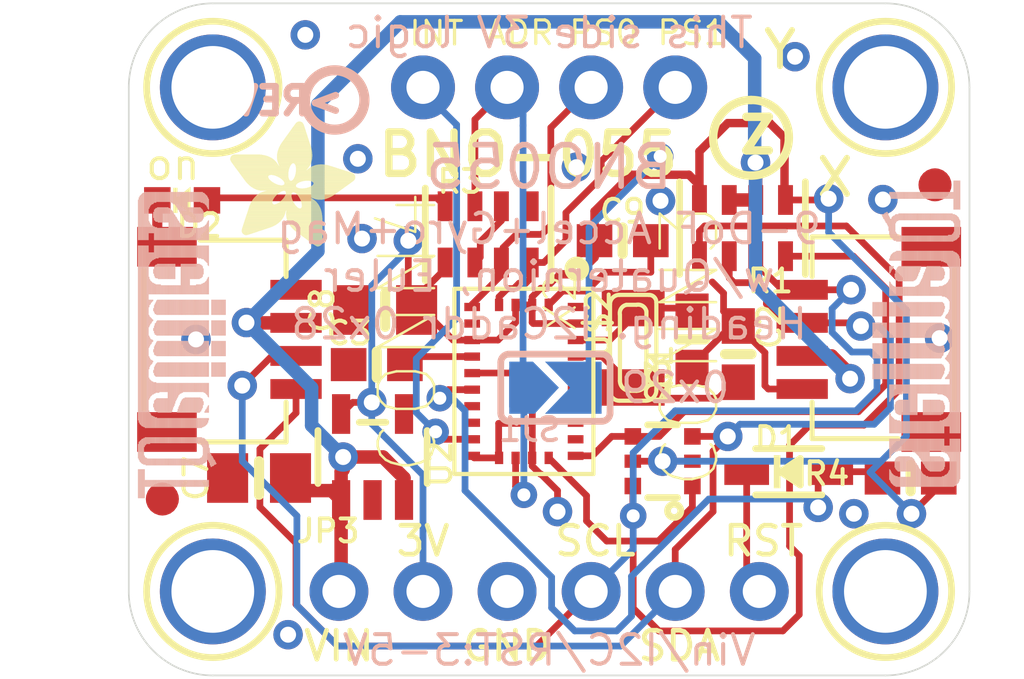
<source format=kicad_pcb>
(kicad_pcb (version 20211014) (generator pcbnew)
  (layers (0 "F.Cu" signal) (31 "B.Cu" signal) (34 "B.Paste" user) (35 "F.Paste" user) (36 "B.SilkS" user "B.Silkscreen") (37 "F.SilkS" user "F.Silkscreen") (38 "B.Mask" user) (39 "F.Mask" user) (44 "Edge.Cuts" user))
  (net 0 "")
  (net 1 "PS1_3V")
  (net 2 "PS0_3V")
  (net 3 "NRESET_3V")
  (net 4 "INT_3V")
  (net 5 "GND")
  (net 6 "I2CADDR_3V")
  (net 7 "SDA_3V")
  (net 8 "SCL_3V")
  (net 9 "N$1")
  (net 10 "N$2")
  (net 11 "N$3")
  (net 12 "3.3V")
  (net 13 "SDA")
  (net 14 "SCL")
  (net 15 "VCC")
  (net 16 "N$4")
  (net 17 "RESET")
  (footprint "Adafruit BNO055 STEMMA QT:0603-NO" (layer "F.Cu") (at 143.2941 105.7656)
    (fp_text reference "C3")
    (fp_text value "0.1uF")
  )
  (footprint "Adafruit BNO055 STEMMA QT:MOUNTINGHOLE_2.5_PLATED" (layer "F.Cu") (at 138.3411 97.3836)
    (fp_text reference "U$45" hide)
    (fp_text value "MOUNTINGHOLE2.5" hide)
  )
  (footprint "Adafruit BNO055 STEMMA QT:MOUNTINGHOLE_2.5_PLATED" (layer "F.Cu") (at 158.6611 97.3836)
    (fp_text reference "U$46" hide)
    (fp_text value "MOUNTINGHOLE2.5" hide)
  )
  (footprint "Adafruit BNO055 STEMMA QT:SOD-323" (layer "F.Cu") (at 155.7401 109.0041)
    (fp_text reference "D1")
    (fp_text value "1n4148")
  )
  (footprint "Adafruit BNO055 STEMMA QT:1X06_ROUND_70" (layer "F.Cu") (at 148.5011 112.6236)
    (fp_text reference "JP3")
    (fp_text value "")
  )
  (footprint "Adafruit BNO055 STEMMA QT:1X04_ROUND_76" (layer "F.Cu") (at 148.5011 97.3836)
    (fp_text reference "JP2" hide)
    (fp_text value "")
  )
  (footprint "Adafruit BNO055 STEMMA QT:0603-NO" (layer "F.Cu") (at 154.2161 105.4481 -90)
    (fp_text reference "C2")
    (fp_text value "22pF")
  )
  (footprint "Adafruit BNO055 STEMMA QT:0603-NO" (layer "F.Cu") (at 152.8191 105.0036 90)
    (fp_text reference "C1")
    (fp_text value "22pF")
  )
  (footprint "Adafruit BNO055 STEMMA QT:JST_SH4" (layer "F.Cu") (at 158.6611 105.0036 90)
    (fp_text reference "CONN3")
    (fp_text value "STEMMA_I2C_QT" hide)
  )
  (footprint "Adafruit BNO055 STEMMA QT:BNO055" (layer "F.Cu") (at 147.7391 106.2736 -90)
    (fp_text reference "U$2")
    (fp_text value "BNO055")
  )
  (footprint "Adafruit BNO055 STEMMA QT:SOT363" (layer "F.Cu") (at 151.9301 108.6866 90)
    (fp_text reference "Q3")
    (fp_text value "BSS138")
  )
  (footprint "Adafruit BNO055 STEMMA QT:RESPACK_4X0603" (layer "F.Cu") (at 154.3431 101.6381 180)
    (fp_text reference "R1")
    (fp_text value "10K")
  )
  (footprint "Adafruit BNO055 STEMMA QT:FIDUCIAL_1MM" (layer "F.Cu") (at 160.1597 100.33)
    (fp_text reference "FID4" hide)
    (fp_text value "FIDUCIAL_1MM" hide)
  )
  (footprint "Adafruit BNO055 STEMMA QT:FIDUCIAL_1MM" (layer "F.Cu") (at 136.8171 109.8296)
    (fp_text reference "FID3" hide)
    (fp_text value "FIDUCIAL_1MM" hide)
  )
  (footprint "Adafruit BNO055 STEMMA QT:RESPACK_4X0603" (layer "F.Cu") (at 146.6596 101.8286)
    (fp_text reference "R3")
    (fp_text value "10K")
  )
  (footprint "Adafruit BNO055 STEMMA QT:0805-NO" (layer "F.Cu") (at 139.7381 109.1946 180)
    (fp_text reference "C7")
    (fp_text value "10uF")
  )
  (footprint "Adafruit BNO055 STEMMA QT:0603-NO" (layer "F.Cu") (at 159.4231 109.1946 180)
    (fp_text reference "R4")
    (fp_text value "10K")
  )
  (footprint "Adafruit BNO055 STEMMA QT:ADAFRUIT_3.5MM" (layer "F.Cu") (at 138.8491 102.2096)
    (fp_text reference "U$51" hide)
    (fp_text value "" hide)
  )
  (footprint "Adafruit BNO055 STEMMA QT:SOT23-5" (layer "F.Cu") (at 143.1671 108.5596)
    (fp_text reference "U2")
    (fp_text value "AP2112K-3.3")
  )
  (footprint "Adafruit BNO055 STEMMA QT:0603-NO" (layer "F.Cu") (at 150.7236 102.0191)
    (fp_text reference "C9")
    (fp_text value "0.1uF")
  )
  (footprint "Adafruit BNO055 STEMMA QT:MOUNTINGHOLE_2.5_PLATED" (layer "F.Cu") (at 158.6611 112.6236)
    (fp_text reference "U$49" hide)
    (fp_text value "MOUNTINGHOLE2.5" hide)
  )
  (footprint "Adafruit BNO055 STEMMA QT:MOUNTINGHOLE_2.5_PLATED" (layer "F.Cu") (at 138.3411 112.6236)
    (fp_text reference "U$48" hide)
    (fp_text value "MOUNTINGHOLE2.5" hide)
  )
  (footprint "Adafruit BNO055 STEMMA QT:0805-NO" (layer "F.Cu") (at 143.5481 104.1146 180)
    (fp_text reference "C8")
    (fp_text value "10uF")
  )
  (footprint "Adafruit BNO055 STEMMA QT:XTAL3215" (layer "F.Cu") (at 151.0411 105.2576 -90)
    (fp_text reference "X2")
    (fp_text value "32.768")
  )
  (footprint "Adafruit BNO055 STEMMA QT:JST_SH4" (layer "F.Cu") (at 138.3411 105.0036 -90)
    (fp_text reference "CONN4")
    (fp_text value "STEMMA_I2C_QT" hide)
  )
  (footprint "Adafruit BNO055 STEMMA QT:CHIPLED_0603_NOOUTLINE" (layer "F.Cu") (at 137.414 100.7999 90)
    (fp_text reference "D2")
    (fp_text value "GREEN")
  )
  (footprint "Adafruit BNO055 STEMMA QT:SOLDERJUMPER_ARROW_NOPASTE" (layer "B.Cu") (at 148.6916 106.4641)
    (fp_text reference "SJ1")
    (fp_text value "")
  )
  (footprint "Adafruit BNO055 STEMMA QT:STEMMAQT" (layer "B.Cu") (at 138.7221 100.5586 -90)
    (fp_text reference "U$54" hide)
    (fp_text value "" hide)
  )
  (footprint "Adafruit BNO055 STEMMA QT:PCBFEAT-REV-040" (layer "B.Cu") (at 142.0241 97.7646 180)
    (fp_text reference "U$52" hide)
    (fp_text value "" hide)
  )
  (footprint "Adafruit BNO055 STEMMA QT:STEMMAQT" (layer "B.Cu") (at 158.2801 109.4486 90)
    (fp_text reference "U$53" hide)
    (fp_text value "" hide)
  )
  (gr_arc (start 153.4581 98.9086) (mid 153.792877 98.100377) (end 154.6011 97.7656) (layer "F.SilkS") (width 0.254))
  (gr_arc (start 154.6011 100.0516) (mid 153.792877 99.716823) (end 153.4581 98.9086) (layer "F.SilkS") (width 0.254))
  (gr_arc (start 155.7441 98.9086) (mid 155.409323 99.716823) (end 154.6011 100.0516) (layer "F.SilkS") (width 0.254))
  (gr_arc (start 154.6011 97.7656) (mid 155.415188 98.094514) (end 155.7441 98.908602) (layer "F.SilkS") (width 0.254))
  (gr_arc (start 161.2011 112.6236) (mid 160.457151 114.419651) (end 158.6611 115.1636) (layer "Edge.Cuts") (width 0.05))
  (gr_arc (start 138.3411 115.1636) (mid 136.545049 114.419651) (end 135.8011 112.6236) (layer "Edge.Cuts") (width 0.05))
  (gr_arc (start 158.6611 94.8436) (mid 160.457151 95.587549) (end 161.2011 97.3836) (layer "Edge.Cuts") (width 0.05))
  (gr_line (start 158.6611 94.8436) (end 138.3411 94.8436) (layer "Edge.Cuts") (width 0.05))
  (gr_line (start 161.2011 112.6236) (end 161.2011 97.3836) (layer "Edge.Cuts") (width 0.05))
  (gr_line (start 138.3411 115.1636) (end 158.6611 115.1636) (layer "Edge.Cuts") (width 0.05))
  (gr_line (start 135.8011 97.3836) (end 135.8011 112.6236) (layer "Edge.Cuts") (width 0.05))
  (gr_arc (start 135.8011 97.3836) (mid 136.545049 95.587549) (end 138.3411 94.8436) (layer "Edge.Cuts") (width 0.05))
  (gr_text "BNO055" (at 148.5011 99.7966) (layer "B.SilkS") (effects (font (size 1.251712 1.251712) (thickness 0.170688)) (justify mirror)))
  (gr_text "This side 3V logic" (at 148.5011 95.7326) (layer "B.SilkS") (effects (font (size 0.89408 0.89408) (thickness 0.12192)) (justify mirror)))
  (gr_text "0x29" (at 152.3111 106.4641) (layer "B.SilkS") (effects (font (size 0.89408 0.89408) (thickness 0.12192)) (justify mirror)))
  (gr_text "Vin/I2C/RST:3-5V" (at 148.5011 114.4016) (layer "B.SilkS") (effects (font (size 0.89408 0.89408) (thickness 0.12192)) (justify mirror)))
  (gr_text "9-DoF Accel+Gyro+Mag\nw/Quaternion, Euler\nHeading. I2Caddr 0x28" (at 148.5011 103.0986) (layer "B.SilkS") (effects (font (size 0.89408 0.89408) (thickness 0.12192)) (justify mirror)))
  (gr_text "SDA" (at 152.4381 114.2746) (layer "F.SilkS") (effects (font (size 0.87376 0.87376) (thickness 0.14224))))
  (gr_text "X" (at 156.4981 100.7481) (layer "F.SilkS") (effects (font (size 1.0922 1.0922) (thickness 0.1778)) (justify left bottom)))
  (gr_text "GND" (at 147.2311 114.2746) (layer "F.SilkS") (effects (font (size 0.87376 0.87376) (thickness 0.14224))))
  (gr_text "Y" (at 156.0616 95.6066) (layer "F.SilkS") (effects (font (size 1.0922 1.0922) (thickness 0.1778)) (justify right top)))
  (gr_text "PS1" (at 152.8141 95.7326) (layer "F.SilkS") (effects (font (size 0.715264 0.715264) (thickness 0.097536))))
  (gr_text "on" (at 136.2456 100.2411) (layer "F.SilkS") (effects (font (size 0.89408 0.89408) (thickness 0.12192)) (justify left bottom)))
  (gr_text "INT" (at 145.0981 95.7481) (layer "F.SilkS") (effects (font (size 0.715264 0.715264) (thickness 0.097536))))
  (gr_text "BNO-055" (at 147.8661 99.4156) (layer "F.SilkS") (effects (font (size 1.25222 1.25222) (thickness 0.22098))))
  (gr_text "PS0" (at 150.1471 95.7326) (layer "F.SilkS") (effects (font (size 0.715264 0.715264) (thickness 0.097536))))
  (gr_text "VIN" (at 142.1511 114.2746) (layer "F.SilkS") (effects (font (size 0.87376 0.87376) (thickness 0.14224))))
  (gr_text "SCL" (at 149.8981 111.0996) (layer "F.SilkS") (effects (font (size 0.87376 0.87376) (thickness 0.14224))))
  (gr_text "3V" (at 144.6911 111.0996) (layer "F.SilkS") (effects (font (size 0.87376 0.87376) (thickness 0.14224))))
  (gr_text "Z" (at 154.1486 99.4273) (layer "F.SilkS") (effects (font (size 1.016 1.016) (thickness 0.254)) (justify left bottom)))
  (gr_text "ADR" (at 147.6211 95.7326) (layer "F.SilkS") (effects (font (size 0.715264 0.715264) (thickness 0.097536))))
  (gr_text "RST" (at 154.9781 111.0996) (layer "F.SilkS") (effects (font (size 0.87376 0.87376) (thickness 0.14224))))
  (segment (start 150.0759 99.6188) (end 152.3111 97.3836) (width 0.2032) (layer "F.Cu") (net 1))
  (segment (start 147.9596 103.13865) (end 147.79185 103.3064) (width 0.2032) (layer "F.Cu") (net 1))
  (segment (start 147.4324 103.4688) (end 147.5948 103.3064) (width 0.2032) (layer "F.Cu") (net 1))
  (segment (start 149.0091 101.173775) (end 150.0759 100.106975) (width 0.2032) (layer "F.Cu") (net 1))
  (segment (start 147.5948 103.3064) (end 147.79185 103.3064) (width 0.2032) (layer "F.Cu") (net 1))
  (segment (start 147.9596 102.6786) (end 148.3406 102.6786) (width 0.2032) (layer "F.Cu") (net 1))
  (segment (start 146.9891 103.9611) (end 146.9891 103.71755) (width 0.2032) (layer "F.Cu") (net 1))
  (segment (start 147.23785 103.4688) (end 146.9891 103.71755) (width 0.2032) (layer "F.Cu") (net 1))
  (segment (start 150.0759 100.106975) (end 150.0759 99.6188) (width 0.2032) (layer "F.Cu") (net 1))
  (segment (start 147.9596 102.6786) (end 147.9596 103.13865) (width 0.2032) (layer "F.Cu") (net 1))
  (segment (start 148.3406 102.6786) (end 149.0091 102.0101) (width 0.2032) (layer "F.Cu") (net 1))
  (segment (start 149.0091 102.0101) (end 149.0091 101.173775) (width 0.2032) (layer "F.Cu") (net 1))
  (segment (start 147.23785 103.4688) (end 147.4324 103.4688) (width 0.2032) (layer "F.Cu") (net 1))
  (segment (start 147.1123 102.22935) (end 147.1123 102.6259) (width 0.2032) (layer "F.Cu") (net 2))
  (segment (start 147.0596 103.0596) (end 147.0596 102.6786) (width 0.2032) (layer "F.Cu") (net 2))
  (segment (start 146.1766 104.0236) (end 146.1766 103.9426) (width 0.2032) (layer "F.Cu") (net 2))
  (segment (start 147.1123 102.22935) (end 147.51305 101.8286) (width 0.2032) (layer "F.Cu") (net 2))
  (segment (start 148.27915 101.8286) (end 148.5529 101.55485) (width 0.2032) (layer "F.Cu") (net 2))
  (segment (start 148.5529 98.6018) (end 149.7711 97.3836) (width 0.2032) (layer "F.Cu") (net 2))
  (segment (start 147.0596 102.6786) (end 147.1123 102.6259) (width 0.2032) (layer "F.Cu") (net 2))
  (segment (start 147.0596 103.0596) (end 146.1766 103.9426) (width 0.2032) (layer "F.Cu") (net 2))
  (segment (start 148.5529 101.55485) (end 148.5529 98.6018) (width 0.2032) (layer "F.Cu") (net 2))
  (segment (start 147.51305 101.8286) (end 148.27915 101.8286) (width 0.2032) (layer "F.Cu") (net 2))
  (segment (start 158.5731 109.1946) (end 158.3826 109.0041) (width 0.2032) (layer "F.Cu") (net 3))
  (segment (start 145.4571 106.5236) (end 145.1991 106.7816) (width 0.2032) (layer "F.Cu") (net 3))
  (segment (start 156.6291 109.3851) (end 156.6291 110.0836) (width 0.2032) (layer "F.Cu") (net 3))
  (segment (start 156.6291 109.3851) (end 157.0101 109.0041) (width 0.2032) (layer "F.Cu") (net 3))
  (segment (start 146.1766 106.5236) (end 145.4571 106.5236) (width 0.2032) (layer "F.Cu") (net 3))
  (segment (start 158.3826 109.0041) (end 157.0101 109.0041) (width 0.2032) (layer "F.Cu") (net 3))
  (via (at 145.1991 106.7816) (size 0.8001) (drill 0.3937) (layers "F.Cu" "B.Cu") (net 3))
  (via (at 156.6291 110.0836) (size 0.889) (drill 0.4826) (layers "F.Cu" "B.Cu") (net 3))
  (segment (start 150.542562 113.8174) (end 150.9903 113.369663) (width 0.2032) (layer "B.Cu") (net 3))
  (segment (start 145.5801 106.7816) (end 145.9611 107.1626) (width 0.2032) (layer "B.Cu") (net 3))
  (segment (start 150.9903 112.1664) (end 153.3271 109.8296) (width 0.2032) (layer "B.Cu") (net 3))
  (segment (start 149.276606 113.8174) (end 150.542562 113.8174) (width 0.2032) (layer "B.Cu") (net 3))
  (segment (start 148.5773 112.1918) (end 148.5773 113.118094) (width 0.2032) (layer "B.Cu") (net 3))
  (segment (start 150.9903 113.369663) (end 150.9903 112.1664) (width 0.2032) (layer "B.Cu") (net 3))
  (segment (start 148.5773 113.118094) (end 149.276606 113.8174) (width 0.2032) (layer "B.Cu") (net 3))
  (segment (start 145.9611 109.5756) (end 148.5773 112.1918) (width 0.2032) (layer "B.Cu") (net 3))
  (segment (start 156.3751 109.8296) (end 153.3271 109.8296) (width 0.2032) (layer "B.Cu") (net 3))
  (segment (start 145.9611 107.1626) (end 145.9611 109.5756) (width 0.2032) (layer "B.Cu") (net 3))
  (segment (start 156.6291 110.0836) (end 156.3751 109.8296) (width 0.2032) (layer "B.Cu") (net 3))
  (segment (start 145.1991 106.7816) (end 145.5801 106.7816) (width 0.2032) (layer "B.Cu") (net 3))
  (segment (start 146.1766 108.0236) (end 145.2981 108.0236) (width 0.2032) (layer "F.Cu") (net 4))
  (segment (start 145.2981 108.0236) (end 145.0721 107.7976) (width 0.2032) (layer "F.Cu") (net 4))
  (via (at 145.0721 107.7976) (size 0.8001) (drill 0.3937) (layers "F.Cu" "B.Cu") (net 4))
  (segment (start 144.4879 105.5878) (end 145.7071 104.3686) (width 0.2032) (layer "B.Cu") (net 4))
  (segment (start 144.6911 97.3836) (end 144.6911 97.4979) (width 0.2032) (layer "B.Cu") (net 4))
  (segment (start 145.0721 107.7976) (end 144.4879 107.2134) (width 0.2032) (layer "B.Cu") (net 4))
  (segment (start 144.4879 107.2134) (end 144.4879 105.5878) (width 0.2032) (layer "B.Cu") (net 4))
  (segment (start 145.7071 98.5139) (end 144.6911 97.4979) (width 0.2032) (layer "B.Cu") (net 4))
  (segment (start 145.7071 104.3686) (end 145.7071 98.5139) (width 0.2032) (layer "B.Cu") (net 4))
  (segment (start 146.1806 106.0196) (end 146.1766 106.0236) (width 0.2032) (layer "F.Cu") (net 5))
  (segment (start 153.7716 103.6066) (end 153.4313 103.2663) (width 0.2032) (layer "F.Cu") (net 5))
  (segment (start 152.8191 105.8536) (end 152.8191 105.78205) (width 0.2032) (layer "F.Cu") (net 5))
  (segment (start 148.23785 109.0784) (end 148.2579 109.0784) (width 0.2032) (layer "F.Cu") (net 5))
  (segment (start 147.9891 108.82965) (end 148.23785 109.0784) (width 0.2032) (layer "F.Cu") (net 5))
  (segment (start 148.4891 103.9611) (end 148.4891 103.864) (width 0.2032) (layer "F.Cu") (net 5))
  (segment (start 147.9891 108.5861) (end 147.9891 108.82965) (width 0.2032) (layer "F.Cu") (net 5))
  (segment (start 147.9931 106.0196) (end 146.1806 106.0196) (width 0.2032) (layer "F.Cu") (net 5))
  (segment (start 146.9891 108.5861) (end 146.9771 108.5741) (width 0.2032) (layer "F.Cu") (net 5))
  (segment (start 154.00305 104.5981) (end 154.2161 104.5981) (width 0.2032) (layer "F.Cu") (net 5))
  (segment (start 155.1239 106.5036) (end 156.1471 106.5036) (width 0.2032) (layer "F.Cu") (net 5))
  (segment (start 150.19605 102.9716) (end 151.5736 102.9716) (width 0.2032) (layer "F.Cu") (net 5))
  (segment (start 136.664 100.7999) (end 136.664 101.9125) (width 0.3048) (layer "F.Cu") (net 5))
  (segment (start 154.2161 104.5981) (end 153.7716 104.1536) (width 0.2032) (layer "F.Cu") (net 5))
  (segment (start 153.7716 103.6066) (end 153.7716 104.1536) (width 0.2032) (layer "F.Cu") (net 5))
  (segment (start 154.00305 104.5981) (end 152.8191 105.78205) (width 0.2032) (layer "F.Cu") (net 5))
  (segment (start 146.9771 108.5741) (end 146.9771 107.5436) (width 0.2032) (layer "F.Cu") (net 5))
  (segment (start 146.9891 108.5861) (end 146.2391 108.5861) (width 0.2032) (layer "F.Cu") (net 5))
  (segment (start 148.4891 103.9611) (end 148.9071 103.5431) (width 0.2032) (layer "F.Cu") (net 5))
  (segment (start 148.7551 109.5756) (end 148.7551 110.2106) (width 0.2032) (layer "F.Cu") (net 5))
  (segment (start 151.5736 102.9716) (end 151.5736 102.0191) (width 0.2032) (layer "F.Cu") (net 5))
  (segment (start 148.9071 103.5431) (end 149.62455 103.5431) (width 0.2032) (layer "F.Cu") (net 5))
  (segment (start 154.2161 104.5981) (end 155.0209 105.4029) (width 0.2032) (layer "F.Cu") (net 5))
  (segment (start 146.2596 102.6786) (end 146.42035 102.51785) (width 0.2032) (layer "F.Cu") (net 5))
  (segment (start 155.0209 106.4006) (end 155.1239 106.5036) (width 0.2032) (layer "F.Cu") (net 5))
  (segment (start 136.664 101.9125) (end 136.9551 102.2036) (width 0.3048) (layer "F.Cu") (net 5))
  (segment (start 146.2391 108.5861) (end 146.1766 108.5236) (width 0.2032) (layer "F.Cu") (net 5))
  (segment (start 147.9891 108.5861) (end 147.9931 108.5821) (width 0.2032) (layer "F.Cu") (net 5))
  (segment (start 149.62455 103.5431) (end 150.19605 102.9716) (width 0.2032) (layer "F.Cu") (net 5))
  (segment (start 146.9771 107.5436) (end 147.9931 107.5436) (width 0.2032) (layer "F.Cu") (net 5))
  (segment (start 155.0209 105.4029) (end 155.0209 106.4006) (width 0.2032) (layer "F.Cu") (net 5))
  (segment (start 147.9931 108.5821) (end 147.9931 107.5436) (width 0.2032) (layer "F.Cu") (net 5))
  (segment (start 146.42035 102.0509) (end 146.42035 102.51785) (width 0.2032) (layer "F.Cu") (net 5))
  (segment (start 147.9931 107.5436) (end 147.9931 106.0196) (width 0.2032) (layer "F.Cu") (net 5))
  (segment (start 148.2579 109.0784) (end 148.7551 109.5756) (width 0.2032) (layer "F.Cu") (net 5))
  (segment (start 147.0596 101.41165) (end 146.42035 102.0509) (width 0.2032) (layer "F.Cu") (net 5))
  (segment (start 147.0596 100.9786) (end 147.0596 101.41165) (width 0.2032) (layer "F.Cu") (net 5))
  (via (at 158.5849 100.7745) (size 0.889) (drill 0.4826) (layers "F.Cu" "B.Cu") (net 5))
  (via (at 157.7086 110.2741) (size 0.889) (drill 0.4826) (layers "F.Cu" "B.Cu") (net 5))
  (via (at 155.9306 96.4565) (size 0.889) (drill 0.4826) (layers "F.Cu" "B.Cu") (net 5))
  (via (at 142.7226 99.5426) (size 0.889) (drill 0.4826) (layers "F.Cu" "B.Cu") (net 5))
  (via (at 140.6144 113.9317) (size 0.889) (drill 0.4826) (layers "F.Cu" "B.Cu") (net 5))
  (via (at 142.8496 101.9556) (size 0.889) (drill 0.4826) (layers "F.Cu" "B.Cu") (net 5))
  (via (at 148.7551 110.2106) (size 0.889) (drill 0.4826) (layers "F.Cu" "B.Cu") (net 5))
  (via (at 137.8331 105.0036) (size 0.889) (drill 0.4826) (layers "F.Cu" "B.Cu") (net 5))
  (via (at 160.2994 104.9655) (size 0.889) (drill 0.4826) (layers "F.Cu" "B.Cu") (net 5))
  (via (at 141.1351 95.7961) (size 0.889) (drill 0.4826) (layers "F.Cu" "B.Cu") (net 5))
  (via (at 151.8666 100.8126) (size 0.889) (drill 0.4826) (layers "F.Cu" "B.Cu") (net 5))
  (via (at 149.3266 99.7966) (size 0.889) (drill 0.4826) (layers "F.Cu" "B.Cu") (net 5))
  (segment (start 146.2596 100.9786) (end 146.2596 98.3551) (width 0.2032) (layer "F.Cu") (net 6))
  (segment (start 146.2596 98.3551) (end 147.2311 97.3836) (width 0.2032) (layer "F.Cu") (net 6))
  (segment (start 147.7391 109.7026) (end 147.4891 109.4526) (width 0.2032) (layer "F.Cu") (net 6))
  (segment (start 147.4891 108.5861) (end 147.4891 109.4526) (width 0.2032) (layer "F.Cu") (net 6))
  (via (at 147.7391 109.7026) (size 0.8001) (drill 0.3937) (layers "F.Cu" "B.Cu") (net 6))
  (segment (start 147.7137 98.5393) (end 147.7137 98.2218) (width 0.2032) (layer "B.Cu") (net 6))
  (segment (start 147.7137 98.2218) (end 147.7137 97.8662) (width 0.2032) (layer "B.Cu") (net 6))
  (segment (start 147.7137 97.8662) (end 147.2311 97.3836) (width 0.2032) (layer "B.Cu") (net 6))
  (segment (start 147.6756 106.4641) (end 147.7137 106.4641) (width 0.2032) (layer "B.Cu") (net 6))
  (segment (start 147.7137 106.4641) (end 147.7391 106.4641) (width 0.2032) (layer "B.Cu") (net 6))
  (segment (start 147.7391 109.7026) (end 147.7391 106.4641) (width 0.2032) (layer "B.Cu") (net 6))
  (segment (start 147.7137 106.4641) (end 147.7137 98.5393) (width 0.2032) (layer "B.Cu") (net 6))
  (segment (start 150.3941 107.9366) (end 151.0301 107.9366) (width 0.2032) (layer "F.Cu") (net 7))
  (segment (start 149.8071 108.5236) (end 150.3941 107.9366) (width 0.2032) (layer "F.Cu") (net 7))
  (segment (start 158.670237 103.464888) (end 157.69345 102.4881) (width 0.2032) (layer "F.Cu") (net 7))
  (segment (start 151.8292 107.9366) (end 152.5778 107.188) (width 0.2032) (layer "F.Cu") (net 7))
  (segment (start 151.0301 107.9366) (end 151.8292 107.9366) (width 0.2032) (layer "F.Cu") (net 7))
  (segment (start 149.3016 108.5236) (end 149.8071 108.5236) (width 0.2032) (layer "F.Cu") (net 7))
  (segment (start 157.847375 107.188) (end 158.670237 106.365138) (width 0.2032) (layer "F.Cu") (net 7))
  (segment (start 152.5778 107.188) (end 157.847375 107.188) (width 0.2032) (layer "F.Cu") (net 7))
  (segment (start 157.69345 102.4881) (end 155.6431 102.4881) (width 0.2032) (layer "F.Cu") (net 7))
  (segment (start 158.670237 106.365138) (end 158.670237 103.464888) (width 0.2032) (layer "F.Cu") (net 7))
  (segment (start 156.0576 111.5441) (end 156.0576 113.3221) (width 0.2032) (layer "F.Cu") (net 8))
  (segment (start 151.511806 113.5126) (end 151.4221 113.5126) (width 0.2032) (layer "F.Cu") (net 8))
  (segment (start 151.4221 113.5126) (end 151.0411 113.1316) (width 0.2032) (layer "F.Cu") (net 8))
  (segment (start 151.816606 113.8174) (end 151.511806 113.5126) (width 0.2032) (layer "F.Cu") (net 8))
  (segment (start 155.7655 108.204) (end 155.7655 111.252) (width 0.2032) (layer "F.Cu") (net 8))
  (segment (start 152.8301 110.0716) (end 151.8021 111.0996) (width 0.2032) (layer "F.Cu") (net 8))
  (segment (start 149.6321 109.7291) (end 148.4891 108.5861) (width 0.2032) (layer "F.Cu") (net 8))
  (segment (start 159.076637 106.533475) (end 158.015712 107.5944) (width 0.2032) (layer "F.Cu") (net 8))
  (segment (start 156.3751 107.5944) (end 155.7655 108.204) (width 0.2032) (layer "F.Cu") (net 8))
  (segment (start 153.0431 102.4881) (end 153.0431 101.7316) (width 0.2032) (layer "F.Cu") (net 8))
  (segment (start 153.0431 101.7316) (end 153.2001 101.5746) (width 0.2032) (layer "F.Cu") (net 8))
  (segment (start 155.7655 111.252) (end 156.0576 111.5441) (width 0.2032) (layer "F.Cu") (net 8))
  (segment (start 156.0576 113.3221) (end 155.5623 113.8174) (width 0.2032) (layer "F.Cu") (net 8))
  (segment (start 151.0411 113.1316) (end 151.0411 111.0996) (width 0.2032) (layer "F.Cu") (net 8))
  (segment (start 155.5623 113.8174) (end 151.816606 113.8174) (width 0.2032) (layer "F.Cu") (net 8))
  (segment (start 158.015712 107.5944) (end 156.3751 107.5944) (width 0.2032) (layer "F.Cu") (net 8))
  (segment (start 149.6321 109.7291) (end 149.6321 110.4911) (width 0.2032) (layer "F.Cu") (net 8))
  (segment (start 151.0411 111.0996) (end 151.8021 111.0996) (width 0.2032) (layer "F.Cu") (net 8))
  (segment (start 150.2406 111.0996) (end 149.6321 110.4911) (width 0.2032) (layer "F.Cu") (net 8))
  (segment (start 157.481687 101.5746) (end 159.076637 103.16955) (width 0.2032) (layer "F.Cu") (net 8))
  (segment (start 150.2406 111.0996) (end 151.0411 111.0996) (width 0.2032) (layer "F.Cu") (net 8))
  (segment (start 153.2001 101.5746) (end 157.481687 101.5746) (width 0.2032) (layer "F.Cu") (net 8))
  (segment (start 152.8301 110.0716) (end 152.8301 109.4366) (width 0.2032) (layer "F.Cu") (net 8))
  (segment (start 159.076637 103.16955) (end 159.076637 106.533475) (width 0.2032) (layer "F.Cu") (net 8))
  (segment (start 152.7231 104.0576) (end 152.8191 104.1536) (width 0.2032) (layer "F.Cu") (net 9))
  (segment (start 151.2951 104.0576) (end 152.7231 104.0576) (width 0.2032) (layer "F.Cu") (net 9))
  (segment (start 149.3016 105.0236) (end 150.3291 105.0236) (width 0.2032) (layer "F.Cu") (net 9))
  (segment (start 151.0411 104.0576) (end 151.2951 104.0576) (width 0.2032) (layer "F.Cu") (net 9))
  (segment (start 150.3291 105.0236) (end 151.2951 104.0576) (width 0.2032) (layer "F.Cu") (net 9))
  (segment (start 150.1071 105.5236) (end 151.0411 106.4576) (width 0.2032) (layer "F.Cu") (net 10))
  (segment (start 151.0411 106.4576) (end 151.3651 106.7816) (width 0.2032) (layer "F.Cu") (net 10))
  (segment (start 154.09715 106.2981) (end 154.2161 106.2981) (width 0.2032) (layer "F.Cu") (net 10))
  (segment (start 149.3016 105.5236) (end 150.1071 105.5236) (width 0.2032) (layer "F.Cu") (net 10))
  (segment (start 151.3651 106.7816) (end 153.61365 106.7816) (width 0.2032) (layer "F.Cu") (net 10))
  (segment (start 154.09715 106.2981) (end 153.61365 106.7816) (width 0.2032) (layer "F.Cu") (net 10))
  (segment (start 144.3861 105.5236) (end 144.1441 105.7656) (width 0.2032) (layer "F.Cu") (net 11))
  (segment (start 146.1766 105.5236) (end 144.3861 105.5236) (width 0.2032) (layer "F.Cu") (net 11))
  (segment (start 147.9891 103.71755) (end 148.24905 103.4576) (width 0.2032) (layer "F.Cu") (net 12))
  (segment (start 149.3016 104.5236) (end 148.0211 104.5236) (width 0.2032) (layer "F.Cu") (net 12))
  (segment (start 142.568 106.9086) (end 143.1436 106.9086) (width 0.2032) (layer "F.Cu") (net 12))
  (segment (start 144.4981 103.7336) (end 144.4981 104.1146) (width 0.2032) (layer "F.Cu") (net 12))
  (segment (start 145.6001 105.0236) (end 144.6911 104.1146) (width 0.2032) (layer "F.Cu") (net 12))
  (segment (start 156.9076 100.7881) (end 155.6431 100.7881) (width 0.2032) (layer "F.Cu") (net 12))
  (segment (start 156.9466 100.7491) (end 156.9076 100.7881) (width 0.2032) (layer "F.Cu") (net 12))
  (segment (start 148.3961 103.4576) (end 148.8186 103.0351) (width 0.2032) (layer "F.Cu") (net 12))
  (segment (start 147.9626 103.9611) (end 147.9891 103.9876) (width 0.2032) (layer "F.Cu") (net 12))
  (segment (start 151.0301 108.6866) (end 151.9301 108.6866) (width 0.2032) (layer "F.Cu") (net 12))
  (segment (start 146.1766 105.0236) (end 145.6001 105.0236) (width 0.2032) (layer "F.Cu") (net 12))
  (segment (start 144.5311 103.7006) (end 144.2466 103.4161) (width 0.2032) (layer "F.Cu") (net 12))
  (segment (start 151.8666 99.4791) (end 151.8666 100.0261) (width 0.2032) (layer "F.Cu") (net 12))
  (segment (start 146.1766 105.0236) (end 146.9571 105.0236) (width 0.2032) (layer "F.Cu") (net 12))
  (segment (start 149.8736 102.5271) (end 149.8736 102.0191) (width 0.254) (layer "F.Cu") (net 12))
  (segment (start 155.1686 98.4631) (end 155.6131 98.9076) (width 0.254) (layer "F.Cu") (net 12))
  (segment (start 145.3596 102.8721) (end 144.5311 103.7006) (width 0.2032) (layer "F.Cu") (net 12))
  (segment (start 153.0431 100.7881) (end 153.0431 99.3186) (width 0.254) (layer "F.Cu") (net 12))
  (segment (start 153.0431 99.3186) (end 153.8986 98.4631) (width 0.254) (layer "F.Cu") (net 12))
  (segment (start 142.2171 107.2595) (end 142.568 106.9086) (width 0.2032) (layer "F.Cu") (net 12))
  (segment (start 151.9301 108.6866) (end 152.8301 108.6866) (width 0.2032) (layer "F.Cu") (net 12))
  (segment (start 144.5311 103.7006) (end 144.4981 103.7336) (width 0.2032) (layer "F.Cu") (net 12))
  (segment (start 148.24905 103.4576) (end 148.3961 103.4576) (width 0.2032) (layer "F.Cu") (net 12))
  (segment (start 147.9891 103.9611) (end 147.9891 103.71755) (width 0.2032) (layer "F.Cu") (net 12))
  (segment (start 148.0211 104.5236) (end 147.9891 104.4916) (width 0.2032) (layer "F.Cu") (net 12))
  (segment (start 153.8986 98.4631) (end 155.1686 98.4631) (width 0.254) (layer "F.Cu") (net 12))
  (segment (start 151.857006 99.469507) (end 151.8666 99.4791) (width 0.2032) (layer "F.Cu") (net 12))
  (segment (start 145.3596 102.6786) (end 145.3596 102.8721) (width 0.2032) (layer "F.Cu") (net 12))
  (segment (start 153.0431 100.3436) (end 152.7256 100.0261) (width 0.254) (layer "F.Cu") (net 12))
  (segment (start 160.2731 109.4495) (end 159.4485 110.2741) (width 0.2032) (layer "F.Cu") (net 12))
  (segment (start 147.4891 103.9611) (end 147.9626 103.9611) (width 0.2032) (layer "F.Cu") (net 12))
  (segment (start 160.2731 109.1946) (end 160.2731 109.4495) (width 0.2032) (layer "F.Cu") (net 12))
  (segment (start 155.6131 98.9076) (end 155.6131 100.7581) (width 0.254) (layer "F.Cu") (net 12))
  (segment (start 149.8736 102.5271) (end 149.3656 103.0351) (width 0.254) (layer "F.Cu") (net 12))
  (segment (start 147.9891 104.4916) (end 147.9891 103.9876) (width 0.2032) (layer "F.Cu") (net 12))
  (segment (start 147.4891 104.4916) (end 147.4891 103.9611) (width 0.2032) (layer "F.Cu") (net 12))
  (segment (start 146.9571 105.0236) (end 147.4891 104.4916) (width 0.2032) (layer "F.Cu") (net 12))
  (segment (start 150.9776 100.0261) (end 149.8736 101.1301) (width 0.254) (layer "F.Cu") (net 12))
  (segment (start 149.3656 103.0351) (end 148.8186 103.0351) (width 0.254) (layer "F.Cu") (net 12))
  (segment (start 144.6911 104.1146) (end 144.4981 104.1146) (width 0.2032) (layer "F.Cu") (net 12))
  (segment (start 147.9891 103.9876) (end 147.9891 103.9611) (width 0.2032) (layer "F.Cu") (net 12))
  (segment (start 144.2466 102.0191) (end 144.2466 103.4161) (width 0.2032) (layer "F.Cu") (net 12))
  (segment (start 151.8666 100.0261) (end 150.9776 100.0261) (width 0.254) (layer "F.Cu") (net 12))
  (segment (start 152.7256 100.0261) (end 151.8666 100.0261) (width 0.254) (layer "F.Cu") (net 12))
  (segment (start 155.6431 100.7881) (end 155.6131 100.7581) (width 0.254) (layer "F.Cu") (net 12))
  (segment (start 153.0431 100.7881) (end 153.0431 100.3436) (width 0.254) (layer "F.Cu") (net 12))
  (segment (start 149.8736 101.1301) (end 149.8736 102.0191) (width 0.254) (layer "F.Cu") (net 12))
  (via (at 151.857006 99.469507) (size 0.8001) (drill 0.3937) (layers "F.Cu" "B.Cu") (net 12))
  (via (at 151.9301 108.6866) (size 0.889) (drill 0.4826) (layers "F.Cu" "B.Cu") (net 12))
  (via (at 159.4485 110.2741) (size 0.889) (drill 0.4826) (layers "F.Cu" "B.Cu") (net 12))
  (via (at 156.9466 100.7491) (size 0.889) (drill 0.4826) (layers "F.Cu" "B.Cu") (net 12))
  (via (at 144.2466 102.0191) (size 0.889) (drill 0.4826) (layers "F.Cu" "B.Cu") (net 12))
  (via (at 143.1436 106.9086) (size 0.889) (drill 0.4826) (layers "F.Cu" "B.Cu") (net 12))
  (segment (start 158.5341 108.6866) (end 159.2961 107.9246) (width 0.2032) (layer "B.Cu") (net 12))
  (segment (start 143.1436 106.9086) (end 143.1436 103.3761) (width 0.2032) (layer "B.Cu") (net 12))
  (segment (start 144.6911 109.1038) (end 144.6911 112.6236) (width 0.2032) (layer "B.Cu") (net 12))
  (segment (start 144.5006 102.0191) (end 144.2466 102.0191) (width 0.2032) (layer "B.Cu") (net 12))
  (segment (start 144.6911 109.1038) (end 143.1436 107.5563) (width 0.2032) (layer "B.Cu") (net 12))
  (segment (start 143.1436 106.9086) (end 143.1436 107.5563) (width 0.2032) (layer "B.Cu") (net 12))
  (segment (start 159.2961 107.9246) (end 159.2961 104.1146) (width 0.2032) (layer "B.Cu") (net 12))
  (segment (start 156.9466 101.7651) (end 156.9466 100.7491) (width 0.2032) (layer "B.Cu") (net 12))
  (segment (start 144.5006 102.0191) (end 143.1436 103.3761) (width 0.2032) (layer "B.Cu") (net 12))
  (segment (start 149.7076 101.618913) (end 151.857006 99.469507) (width 0.2032) (layer "B.Cu") (net 12))
  (segment (start 149.7076 106.4641) (end 149.7076 101.618913) (width 0.2032) (layer "B.Cu") (net 12))
  (segment (start 151.9301 108.6866) (end 158.5341 108.6866) (width 0.2032) (layer "B.Cu") (net 12))
  (segment (start 159.4485 110.2741) (end 158.19755 109.02315) (width 0.2032) (layer "B.Cu") (net 12))
  (segment (start 159.2961 104.1146) (end 156.9466 101.7651) (width 0.2032) (layer "B.Cu") (net 12))
  (segment (start 158.19755 109.02315) (end 158.5341 108.6866) (width 0.2032) (layer "B.Cu") (net 12))
  (segment (start 153.4541 108.3818) (end 153.4541 110.2106) (width 0.2032) (layer "F.Cu") (net 13))
  (segment (start 140.1271 105.5036) (end 139.2301 106.4006) (width 0.2032) (layer "F.Cu") (net 13))
  (segment (start 152.8301 107.9366) (end 153.4661 107.9366) (width 0.2032) (layer "F.Cu") (net 13))
  (segment (start 153.9431 103.1431) (end 154.0891 103.2891) (width 0.2032) (layer "F.Cu") (net 13))
  (segment (start 155.64105 104.5036) (end 156.1471 104.5036) (width 0.2032) (layer "F.Cu") (net 13))
  (segment (start 155.0673 103.59975) (end 155.0673 103.92985) (width 0.2032) (layer "F.Cu") (net 13))
  (segment (start 153.4668 107.9373) (end 153.4661 107.9366) (width 0.2032) (layer "F.Cu") (net 13))
  (segment (start 155.0673 103.92985) (end 155.64105 104.5036) (width 0.2032) (layer "F.Cu") (net 13))
  (segment (start 157.823775 104.5036) (end 157.920937 104.600763) (width 0.2032) (layer "F.Cu") (net 13))
  (segment (start 154.0891 103.2891) (end 154.75665 103.2891) (width 0.2032) (layer "F.Cu") (net 13))
  (segment (start 153.8986 107.9373) (end 153.4668 107.9373) (width 0.2032) (layer "F.Cu") (net 13))
  (segment (start 153.9431 102.4881) (end 153.9431 103.1431) (width 0.2032) (layer "F.Cu") (net 13))
  (segment (start 153.4541 110.2106) (end 152.3111 111.3536) (width 0.2032) (layer "F.Cu") (net 13))
  (segment (start 156.1471 104.5036) (end 157.823775 104.5036) (width 0.2032) (layer "F.Cu") (net 13))
  (segment (start 154.75665 103.2891) (end 155.0673 103.59975) (width 0.2032) (layer "F.Cu") (net 13))
  (segment (start 153.8986 107.9373) (end 153.4541 108.3818) (width 0.2032) (layer "F.Cu") (net 13))
  (segment (start 152.3111 111.3536) (end 152.3111 112.6236) (width 0.2032) (layer "F.Cu") (net 13))
  (segment (start 140.8551 105.5036) (end 140.1271 105.5036) (width 0.2032) (layer "F.Cu") (net 13))
  (via (at 153.8986 107.9373) (size 0.889) (drill 0.4826) (layers "F.Cu" "B.Cu") (net 13))
  (via (at 157.920937 104.600763) (size 0.889) (drill 0.4826) (layers "F.Cu" "B.Cu") (net 13))
  (via (at 139.2301 106.4006) (size 0.889) (drill 0.4826) (layers "F.Cu" "B.Cu") (net 13))
  (segment (start 140.8811 110.3376) (end 139.2301 108.6866) (width 0.2032) (layer "B.Cu") (net 13))
  (segment (start 139.2301 106.4006) (end 139.2301 108.6866) (width 0.2032) (layer "B.Cu") (net 13))
  (segment (start 158.8135 104.962263) (end 158.8135 107.076938) (width 0.2032) (layer "B.Cu") (net 13))
  (segment (start 158.321437 107.569) (end 154.2669 107.569) (width 0.2032) (layer "B.Cu") (net 13))
  (segment (start 140.8811 110.3376) (end 140.8811 113.041894) (width 0.2032) (layer "B.Cu") (net 13))
  (segment (start 158.452 104.600763) (end 158.8135 104.962263) (width 0.2032) (layer "B.Cu") (net 13))
  (segment (start 153.8986 107.9373) (end 154.2669 107.569) (width 0.2032) (layer "B.Cu") (net 13))
  (segment (start 157.920937 104.600763) (end 158.452 104.600763) (width 0.2032) (layer "B.Cu") (net 13))
  (segment (start 142.113806 114.2746) (end 150.6601 114.2746) (width 0.2032) (layer "B.Cu") (net 13))
  (segment (start 158.8135 107.076938) (end 158.321437 107.569) (width 0.2032) (layer "B.Cu") (net 13))
  (segment (start 150.6601 114.2746) (end 152.3111 112.6236) (width 0.2032) (layer "B.Cu") (net 13))
  (segment (start 140.8811 113.041894) (end 142.113806 114.2746) (width 0.2032) (layer "B.Cu") (net 13))
  (segment (start 154.7431 102.4881) (end 154.8511 102.5961) (width 0.2032) (layer "F.Cu") (net 14))
  (segment (start 151.0301 109.4366) (end 151.0301 110.3266) (width 0.2032) (layer "F.Cu") (net 14))
  (segment (start 140.8551 111.16265) (end 140.8551 113.015894) (width 0.2032) (layer "F.Cu") (net 14))
  (segment (start 140.8551 106.5036) (end 140.8551 107.22655) (width 0.2032) (layer "F.Cu") (net 14))
  (segment (start 142.113806 114.2746) (end 148.1201 114.2746) (width 0.2032) (layer "F.Cu") (net 14))
  (segment (start 151.0411 110.3376) (end 151.0301 110.3266) (width 0.2032) (layer "F.Cu") (net 14))
  (segment (start 157.623262 103.5036) (end 157.623262 103.501438) (width 0.2032) (layer "F.Cu") (net 14))
  (segment (start 140.8551 107.22655) (end 139.7633 108.31835) (width 0.2032) (layer "F.Cu") (net 14))
  (segment (start 148.1201 114.2746) (end 149.7711 112.6236) (width 0.2032) (layer "F.Cu") (net 14))
  (segment (start 154.8511 102.808813) (end 155.545887 103.5036) (width 0.2032) (layer "F.Cu") (net 14))
  (segment (start 139.7633 108.31835) (end 139.7633 110.07085) (width 0.2032) (layer "F.Cu") (net 14))
  (segment (start 155.545887 103.5036) (end 156.1471 103.5036) (width 0.2032) (layer "F.Cu") (net 14))
  (segment (start 139.7633 110.07085) (end 140.8551 111.16265) (width 0.2032) (layer "F.Cu") (net 14))
  (segment (start 156.1471 103.5036) (end 157.623262 103.5036) (width 0.2032) (layer "F.Cu") (net 14))
  (segment (start 154.8511 102.5961) (end 154.8511 102.808813) (width 0.2032) (layer "F.Cu") (net 14))
  (segment (start 140.8551 113.015894) (end 142.113806 114.2746) (width 0.2032) (layer "F.Cu") (net 14))
  (via (at 151.0411 110.3376) (size 0.8001) (drill 0.3937) (layers "F.Cu" "B.Cu") (net 14))
  (via (at 157.623262 103.501438) (size 0.889) (drill 0.4826) (layers "F.Cu" "B.Cu") (net 14))
  (segment (start 157.6451 105.3846) (end 158.2166 105.3846) (width 0.2032) (layer "B.Cu") (net 14))
  (segment (start 158.2166 105.3846) (end 158.4071 105.5751) (width 0.2032) (layer "B.Cu") (net 14))
  (segment (start 151.0411 108.4326) (end 151.0411 110.3376) (width 0.2032) (layer "B.Cu") (net 14))
  (segment (start 157.7721 107.1626) (end 152.3111 107.1626) (width 0.2032) (layer "B.Cu") (net 14))
  (segment (start 151.0411 110.3376) (end 151.0411 111.3536) (width 0.2032) (layer "B.Cu") (net 14))
  (segment (start 152.3111 107.1626) (end 151.0411 108.4326) (width 0.2032) (layer "B.Cu") (net 14))
  (segment (start 158.4071 106.5276) (end 157.7721 107.1626) (width 0.2032) (layer "B.Cu") (net 14))
  (segment (start 151.0411 111.3536) (end 149.7711 112.6236) (width 0.2032) (layer "B.Cu") (net 14))
  (segment (start 157.051762 104.791263) (end 157.6451 105.3846) (width 0.2032) (layer "B.Cu") (net 14))
  (segment (start 158.4071 105.5751) (end 158.4071 106.5276) (width 0.2032) (layer "B.Cu") (net 14))
  (segment (start 157.623262 103.501438) (end 157.051762 104.072938) (width 0.2032) (layer "B.Cu") (net 14))
  (segment (start 157.051762 104.072938) (end 157.051762 104.791263) (width 0.2032) (layer "B.Cu") (net 14))
  (segment (start 142.2171 112.5576) (end 142.1511 112.6236) (width 0.4064) (layer "F.Cu") (net 15))
  (segment (start 141.933 109.5756) (end 140.9421 109.5756) (width 0.4064) (layer "F.Cu") (net 15))
  (segment (start 157.5943 106.1909) (end 157.5943 106.0618) (width 0.4064) (layer "F.Cu") (net 15))
  (segment (start 139.3651 104.5036) (end 139.3571 104.4956) (width 0.4064) (layer "F.Cu") (net 15))
  (segment (start 144.1171 109.1921) (end 143.4846 108.5596) (width 0.4064) (layer "F.Cu") (net 15))
  (segment (start 157.5943 106.0618) (end 157.0361 105.5036) (width 0.4064) (layer "F.Cu") (net 15))
  (segment (start 142.2781 108.9406) (end 142.2171 109.0016) (width 0.4064) (layer "F.Cu") (net 15))
  (segment (start 141.933 109.5756) (end 142.2171 109.8597) (width 0.4064) (layer "F.Cu") (net 15))
  (segment (start 140.9421 109.5756) (end 140.6881 109.3216) (width 0.4064) (layer "F.Cu") (net 15))
  (segment (start 144.1171 109.8597) (end 144.1171 109.1921) (width 0.4064) (layer "F.Cu") (net 15))
  (segment (start 154.7431 100.7881) (end 154.7431 99.6632) (width 0.4064) (layer "F.Cu") (net 15))
  (segment (start 154.7431 99.6632) (end 154.7368 99.6569) (width 0.4064) (layer "F.Cu") (net 15))
  (segment (start 153.9431 100.7881) (end 154.7431 100.7881) (width 0.4064) (layer "F.Cu") (net 15))
  (segment (start 140.6881 109.1946) (end 140.6881 109.3216) (width 0.4064) (layer "F.Cu") (net 15))
  (segment (start 142.2171 109.8597) (end 142.2171 112.5576) (width 0.4064) (layer "F.Cu") (net 15))
  (segment (start 142.2171 109.0016) (end 142.2171 109.8597) (width 0.4064) (layer "F.Cu") (net 15))
  (segment (start 142.2781 108.5596) (end 142.2781 108.9406) (width 0.4064) (layer "F.Cu") (net 15))
  (segment (start 143.4846 108.5596) (end 142.2781 108.5596) (width 0.4064) (layer "F.Cu") (net 15))
  (segment (start 157.0361 105.5036) (end 156.1471 105.5036) (width 0.4064) (layer "F.Cu") (net 15))
  (segment (start 140.8551 104.5036) (end 139.3651 104.5036) (width 0.4064) (layer "F.Cu") (net 15))
  (via (at 154.7368 99.6569) (size 0.889) (drill 0.4826) (layers "F.Cu" "B.Cu") (net 15))
  (via (at 142.2781 108.5596) (size 0.889) (drill 0.4826) (layers "F.Cu" "B.Cu") (net 15))
  (via (at 157.5943 106.1909) (size 0.889) (drill 0.4826) (layers "F.Cu" "B.Cu") (net 15))
  (via (at 139.3571 104.4956) (size 0.889) (drill 0.4826) (layers "F.Cu" "B.Cu") (net 15))
  (segment (start 157.5943 106.1909) (end 154.7368 103.3334) (width 0.4064) (layer "B.Cu") (net 15))
  (segment (start 142.2781 108.5596) (end 141.3256 107.6071) (width 0.4064) (layer "B.Cu") (net 15))
  (segment (start 154.7114 96.5073) (end 154.7114 99.6315) (width 0.4064) (layer "B.Cu") (net 15))
  (segment (start 154.7368 99.6569) (end 154.7368 103.3334) (width 0.4064) (layer "B.Cu") (net 15))
  (segment (start 154.7114 99.6315) (end 154.7368 99.6569) (width 0.4064) (layer "B.Cu") (net 15))
  (segment (start 141.5161 97.8916) (end 144.0053 95.4024) (width 0.4064) (layer "B.Cu") (net 15))
  (segment (start 141.5161 102.3366) (end 141.5161 97.8916) (width 0.4064) (layer "B.Cu") (net 15))
  (segment (start 144.0053 95.4024) (end 153.6065 95.4024) (width 0.4064) (layer "B.Cu") (net 15))
  (segment (start 141.3256 106.464097) (end 139.3571 104.4956) (width 0.4064) (layer "B.Cu") (net 15))
  (segment (start 141.3256 106.464097) (end 141.3256 107.6071) (width 0.4064) (layer "B.Cu") (net 15))
  (segment (start 139.3571 104.4956) (end 141.5161 102.3366) (width 0.4064) (layer "B.Cu") (net 15))
  (segment (start 153.6065 95.4024) (end 154.7114 96.5073) (width 0.4064) (layer "B.Cu") (net 15))
  (segment (start 145.1056 100.7246) (end 138.2393 100.7246) (width 0.2032) (layer "F.Cu") (net 16))
  (segment (start 145.3596 100.9786) (end 145.1056 100.7246) (width 0.2032) (layer "F.Cu") (net 16))
  (segment (start 138.164 100.7999) (end 138.2393 100.7246) (width 0.2032) (layer "F.Cu") (net 16))
  (segment (start 154.4701 109.0041) (end 154.4701 112.2426) (width 0.2032) (layer "F.Cu") (net 17))
  (segment (start 154.4701 112.2426) (end 154.8511 112.6236) (width 0.2032) (layer "F.Cu") (net 17))
)
</source>
